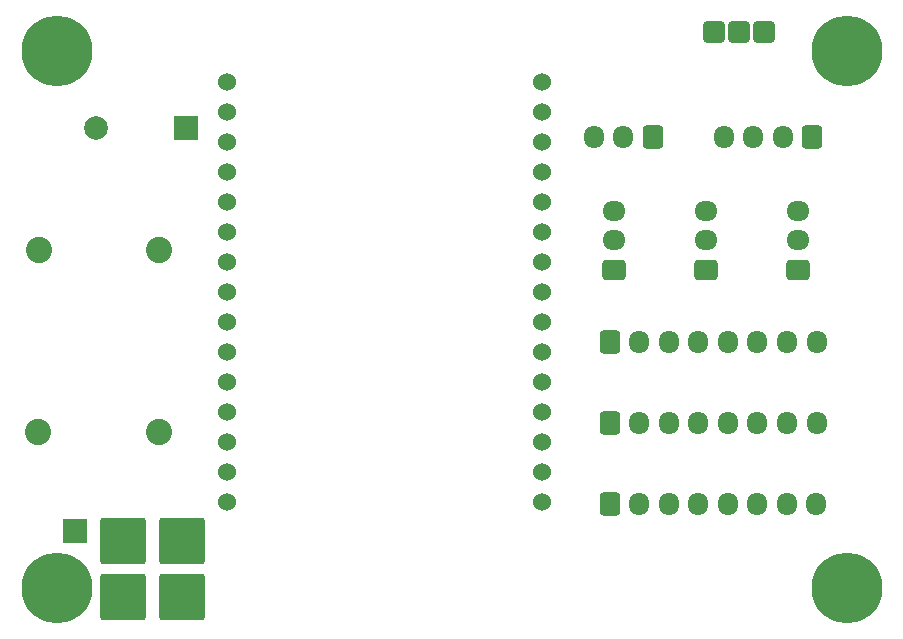
<source format=gbr>
%TF.GenerationSoftware,KiCad,Pcbnew,8.0.4*%
%TF.CreationDate,2024-11-11T23:36:28+01:00*%
%TF.ProjectId,Self balancing cube,53656c66-2062-4616-9c61-6e63696e6720,rev?*%
%TF.SameCoordinates,Original*%
%TF.FileFunction,Soldermask,Bot*%
%TF.FilePolarity,Negative*%
%FSLAX46Y46*%
G04 Gerber Fmt 4.6, Leading zero omitted, Abs format (unit mm)*
G04 Created by KiCad (PCBNEW 8.0.4) date 2024-11-11 23:36:28*
%MOMM*%
%LPD*%
G01*
G04 APERTURE LIST*
G04 Aperture macros list*
%AMRoundRect*
0 Rectangle with rounded corners*
0 $1 Rounding radius*
0 $2 $3 $4 $5 $6 $7 $8 $9 X,Y pos of 4 corners*
0 Add a 4 corners polygon primitive as box body*
4,1,4,$2,$3,$4,$5,$6,$7,$8,$9,$2,$3,0*
0 Add four circle primitives for the rounded corners*
1,1,$1+$1,$2,$3*
1,1,$1+$1,$4,$5*
1,1,$1+$1,$6,$7*
1,1,$1+$1,$8,$9*
0 Add four rect primitives between the rounded corners*
20,1,$1+$1,$2,$3,$4,$5,0*
20,1,$1+$1,$4,$5,$6,$7,0*
20,1,$1+$1,$6,$7,$8,$9,0*
20,1,$1+$1,$8,$9,$2,$3,0*%
G04 Aperture macros list end*
%ADD10RoundRect,0.250002X-1.699998X-1.699998X1.699998X-1.699998X1.699998X1.699998X-1.699998X1.699998X0*%
%ADD11RoundRect,0.250000X-0.600000X-0.725000X0.600000X-0.725000X0.600000X0.725000X-0.600000X0.725000X0*%
%ADD12O,1.700000X1.950000*%
%ADD13RoundRect,0.250000X0.725000X-0.600000X0.725000X0.600000X-0.725000X0.600000X-0.725000X-0.600000X0*%
%ADD14O,1.950000X1.700000*%
%ADD15C,6.000000*%
%ADD16RoundRect,0.270000X-0.630000X-0.630000X0.630000X-0.630000X0.630000X0.630000X-0.630000X0.630000X0*%
%ADD17C,2.220000*%
%ADD18RoundRect,0.250001X-0.799999X-0.799999X0.799999X-0.799999X0.799999X0.799999X-0.799999X0.799999X0*%
%ADD19RoundRect,0.250000X0.600000X0.725000X-0.600000X0.725000X-0.600000X-0.725000X0.600000X-0.725000X0*%
%ADD20R,2.000000X2.000000*%
%ADD21C,2.000000*%
%ADD22C,1.524000*%
G04 APERTURE END LIST*
D10*
%TO.C,J1*%
X127609600Y-113131600D03*
%TD*%
D11*
%TO.C,J8*%
X163848400Y-110032800D03*
D12*
X166348400Y-110032800D03*
X168848400Y-110032800D03*
X171348400Y-110032800D03*
X173848400Y-110032800D03*
X176348400Y-110032800D03*
X178848400Y-110032800D03*
X181348400Y-110032800D03*
%TD*%
D13*
%TO.C,J10*%
X171984000Y-90170000D03*
D14*
X171984000Y-87670000D03*
X171984000Y-85170000D03*
%TD*%
D15*
%TO.C,*%
X183896000Y-117144800D03*
%TD*%
D13*
%TO.C,J9*%
X164184000Y-90170000D03*
D14*
X164184000Y-87670000D03*
X164184000Y-85170000D03*
%TD*%
D13*
%TO.C,J11*%
X179784000Y-90170000D03*
D14*
X179784000Y-87670000D03*
X179784000Y-85170000D03*
%TD*%
D11*
%TO.C,J7*%
X163851600Y-103174800D03*
D12*
X166351600Y-103174800D03*
X168851600Y-103174800D03*
X171351600Y-103174800D03*
X173851600Y-103174800D03*
X176351600Y-103174800D03*
X178851600Y-103174800D03*
X181351600Y-103174800D03*
%TD*%
D16*
%TO.C,J14*%
X176936400Y-70053200D03*
%TD*%
D17*
%TO.C,U1*%
X125654200Y-103886000D03*
X115474200Y-103886000D03*
X125654200Y-88476000D03*
X115494200Y-88476000D03*
%TD*%
D15*
%TO.C,1*%
X117043200Y-71628000D03*
%TD*%
D11*
%TO.C,J6*%
X163851600Y-96316800D03*
D12*
X166351600Y-96316800D03*
X168851600Y-96316800D03*
X171351600Y-96316800D03*
X173851600Y-96316800D03*
X176351600Y-96316800D03*
X178851600Y-96316800D03*
X181351600Y-96316800D03*
%TD*%
D18*
%TO.C,J5*%
X118567200Y-112268000D03*
%TD*%
D10*
%TO.C,J2*%
X122631200Y-113131600D03*
%TD*%
%TO.C,J3*%
X122631200Y-117906800D03*
%TD*%
D15*
%TO.C,1*%
X117043200Y-117144800D03*
%TD*%
D19*
%TO.C,J12*%
X181003600Y-78943200D03*
D12*
X178503600Y-78943200D03*
X176003600Y-78943200D03*
X173503600Y-78943200D03*
%TD*%
D19*
%TO.C,J13*%
X167507600Y-78943200D03*
D12*
X165007600Y-78943200D03*
X162507600Y-78943200D03*
%TD*%
D15*
%TO.C,*%
X183896000Y-71678800D03*
%TD*%
D10*
%TO.C,J4*%
X127609600Y-117906800D03*
%TD*%
D20*
%TO.C,BZ1*%
X127955200Y-78130400D03*
D21*
X120355200Y-78130400D03*
%TD*%
D16*
%TO.C,J15*%
X174802800Y-70053200D03*
%TD*%
D22*
%TO.C,U2*%
X131482600Y-74296200D03*
X131482600Y-76836200D03*
X131482600Y-79376200D03*
X131482600Y-81916200D03*
X131482600Y-84456200D03*
X131482600Y-86996200D03*
X131482600Y-89536200D03*
X131482600Y-92076200D03*
X131482600Y-94616200D03*
X131482600Y-97156200D03*
X131482600Y-99696200D03*
X131482600Y-102236200D03*
X131482600Y-104776200D03*
X131482600Y-107316200D03*
X131482600Y-109856200D03*
X158152600Y-109856200D03*
X158152600Y-107316200D03*
X158152600Y-104776200D03*
X158152600Y-102236200D03*
X158152600Y-99696200D03*
X158152600Y-97156200D03*
X158152600Y-94616200D03*
X158152600Y-92076200D03*
X158152600Y-89536200D03*
X158152600Y-86996200D03*
X158152600Y-84456200D03*
X158152600Y-81916200D03*
X158152600Y-79376200D03*
X158152600Y-76836200D03*
X158152600Y-74296200D03*
%TD*%
D16*
%TO.C,J16*%
X172669200Y-70053200D03*
%TD*%
M02*

</source>
